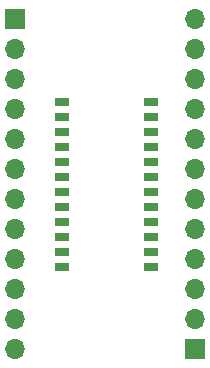
<source format=gbr>
%TF.GenerationSoftware,KiCad,Pcbnew,9.0.0*%
%TF.CreationDate,2025-03-05T17:01:44+13:00*%
%TF.ProjectId,SOIC-24_to_DIP-24_adapter,534f4943-2d32-4345-9f74-6f5f4449502d,rev?*%
%TF.SameCoordinates,Original*%
%TF.FileFunction,Soldermask,Top*%
%TF.FilePolarity,Negative*%
%FSLAX46Y46*%
G04 Gerber Fmt 4.6, Leading zero omitted, Abs format (unit mm)*
G04 Created by KiCad (PCBNEW 9.0.0) date 2025-03-05 17:01:44*
%MOMM*%
%LPD*%
G01*
G04 APERTURE LIST*
%ADD10R,1.250000X0.650000*%
%ADD11R,1.700000X1.700000*%
%ADD12O,1.700000X1.700000*%
G04 APERTURE END LIST*
D10*
%TO.C,SOIC-24*%
X149039402Y-93765000D03*
X149039402Y-95035000D03*
X149039402Y-96305000D03*
X149039402Y-97575000D03*
X149039402Y-98845000D03*
X149039402Y-100115000D03*
X149039402Y-101385000D03*
X149039402Y-102655000D03*
X149039402Y-103925000D03*
X149039402Y-105195000D03*
X149039402Y-106465000D03*
X149039402Y-107735000D03*
X156639402Y-107735000D03*
X156639402Y-106465000D03*
X156639402Y-105195000D03*
X156639402Y-103925000D03*
X156639402Y-102655000D03*
X156639402Y-101385000D03*
X156639402Y-100115000D03*
X156639402Y-98845000D03*
X156639402Y-97575000D03*
X156639402Y-96305000D03*
X156639402Y-95035000D03*
X156639402Y-93765000D03*
%TD*%
D11*
%TO.C,J1*%
X145094000Y-86775000D03*
D12*
X145094000Y-89315000D03*
X145094000Y-91855000D03*
X145094000Y-94395000D03*
X145094000Y-96935000D03*
X145094000Y-99475000D03*
X145094000Y-102015000D03*
X145094000Y-104555000D03*
X145094000Y-107095000D03*
X145094000Y-109635000D03*
X145094000Y-112175000D03*
X145094000Y-114715000D03*
%TD*%
D11*
%TO.C,J2*%
X160335360Y-114725000D03*
D12*
X160335360Y-112185000D03*
X160335360Y-109645000D03*
X160335360Y-107105000D03*
X160335360Y-104565000D03*
X160335360Y-102025000D03*
X160335360Y-99485000D03*
X160335360Y-96945000D03*
X160335360Y-94405000D03*
X160335360Y-91865000D03*
X160335360Y-89325000D03*
X160335360Y-86785000D03*
%TD*%
M02*

</source>
